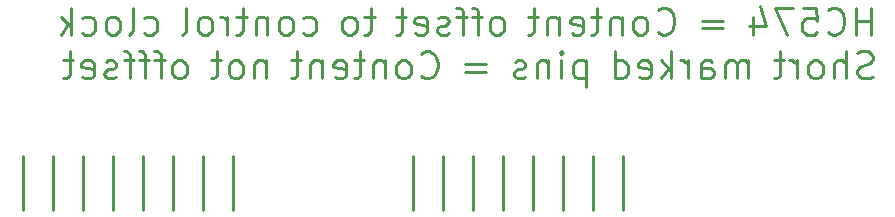
<source format=gbo>
G04 #@! TF.GenerationSoftware,KiCad,Pcbnew,(7.0.0)*
G04 #@! TF.CreationDate,2024-11-17T17:31:48-08:00*
G04 #@! TF.ProjectId,offset_preset_counter,6f666673-6574-45f7-9072-657365745f63,rev?*
G04 #@! TF.SameCoordinates,Original*
G04 #@! TF.FileFunction,Legend,Bot*
G04 #@! TF.FilePolarity,Positive*
%FSLAX46Y46*%
G04 Gerber Fmt 4.6, Leading zero omitted, Abs format (unit mm)*
G04 Created by KiCad (PCBNEW (7.0.0)) date 2024-11-17 17:31:48*
%MOMM*%
%LPD*%
G01*
G04 APERTURE LIST*
G04 Aperture macros list*
%AMRoundRect*
0 Rectangle with rounded corners*
0 $1 Rounding radius*
0 $2 $3 $4 $5 $6 $7 $8 $9 X,Y pos of 4 corners*
0 Add a 4 corners polygon primitive as box body*
4,1,4,$2,$3,$4,$5,$6,$7,$8,$9,$2,$3,0*
0 Add four circle primitives for the rounded corners*
1,1,$1+$1,$2,$3*
1,1,$1+$1,$4,$5*
1,1,$1+$1,$6,$7*
1,1,$1+$1,$8,$9*
0 Add four rect primitives between the rounded corners*
20,1,$1+$1,$2,$3,$4,$5,0*
20,1,$1+$1,$4,$5,$6,$7,0*
20,1,$1+$1,$6,$7,$8,$9,0*
20,1,$1+$1,$8,$9,$2,$3,0*%
%AMFreePoly0*
4,1,13,0.850000,-0.850000,-0.850000,-0.850000,-0.850000,-0.558000,-1.778000,-0.558000,-1.813355,-0.543355,-1.828000,-0.508000,-1.828000,0.508000,-1.813355,0.543355,-1.778000,0.558000,-0.850000,0.558000,-0.850000,0.850000,0.850000,0.850000,0.850000,-0.850000,0.850000,-0.850000,$1*%
%AMFreePoly1*
4,1,32,0.262664,0.808398,0.425000,0.736122,0.568761,0.631673,0.687664,0.499617,0.776514,0.345726,0.831425,0.176725,0.850000,0.000000,0.831425,-0.176725,0.776514,-0.345726,0.687664,-0.499617,0.568761,-0.631673,0.425000,-0.736122,0.262664,-0.808398,0.088849,-0.845344,-0.088849,-0.845344,-0.262664,-0.808398,-0.425000,-0.736122,-0.568761,-0.631673,-0.635096,-0.558000,-2.032000,-0.558000,
-2.067355,-0.543355,-2.082000,-0.508000,-2.082000,0.508000,-2.067355,0.543355,-2.032000,0.558000,-0.635096,0.558000,-0.568761,0.631673,-0.425000,0.736122,-0.262664,0.808398,-0.088849,0.845344,0.088849,0.845344,0.262664,0.808398,0.262664,0.808398,$1*%
G04 Aperture macros list end*
%ADD10C,0.254000*%
%ADD11C,1.600000*%
%ADD12R,1.800000X1.800000*%
%ADD13C,1.800000*%
%ADD14R,1.600000X1.600000*%
%ADD15O,1.600000X1.600000*%
%ADD16RoundRect,0.250001X-0.899999X-0.899999X0.899999X-0.899999X0.899999X0.899999X-0.899999X0.899999X0*%
%ADD17R,1.700000X1.700000*%
%ADD18O,1.700000X1.700000*%
%ADD19FreePoly0,270.000000*%
%ADD20FreePoly1,270.000000*%
G04 APERTURE END LIST*
D10*
X66040000Y-92964000D02*
X66040000Y-97536000D01*
X63500000Y-92964000D02*
X63500000Y-97536000D01*
X68580000Y-97536000D02*
X68580000Y-92964000D01*
X101600000Y-97536000D02*
X101600000Y-92964000D01*
X99060000Y-97536000D02*
X99060000Y-92964000D01*
X71120000Y-92964000D02*
X71120000Y-97536000D01*
X60960000Y-92964000D02*
X60960000Y-97536000D01*
X96520000Y-97536000D02*
X96520000Y-92964000D01*
X109220000Y-97536000D02*
X109220000Y-92964000D01*
X93980000Y-97536000D02*
X93980000Y-92964000D01*
X73660000Y-97536000D02*
X73660000Y-92964000D01*
X76200000Y-97536000D02*
X76200000Y-92964000D01*
X106680000Y-97536000D02*
X106680000Y-92964000D01*
X111760000Y-97536000D02*
X111760000Y-92964000D01*
X104140000Y-97536000D02*
X104140000Y-92964000D01*
X78740000Y-97536000D02*
X78740000Y-92964000D01*
X132805714Y-82667202D02*
X132805714Y-80381202D01*
X132805714Y-81469774D02*
X131499428Y-81469774D01*
X131499428Y-82667202D02*
X131499428Y-80381202D01*
X129104571Y-82449488D02*
X129213428Y-82558345D01*
X129213428Y-82558345D02*
X129540000Y-82667202D01*
X129540000Y-82667202D02*
X129757714Y-82667202D01*
X129757714Y-82667202D02*
X130084285Y-82558345D01*
X130084285Y-82558345D02*
X130302000Y-82340631D01*
X130302000Y-82340631D02*
X130410857Y-82122917D01*
X130410857Y-82122917D02*
X130519714Y-81687488D01*
X130519714Y-81687488D02*
X130519714Y-81360917D01*
X130519714Y-81360917D02*
X130410857Y-80925488D01*
X130410857Y-80925488D02*
X130302000Y-80707774D01*
X130302000Y-80707774D02*
X130084285Y-80490060D01*
X130084285Y-80490060D02*
X129757714Y-80381202D01*
X129757714Y-80381202D02*
X129540000Y-80381202D01*
X129540000Y-80381202D02*
X129213428Y-80490060D01*
X129213428Y-80490060D02*
X129104571Y-80598917D01*
X127036285Y-80381202D02*
X128124857Y-80381202D01*
X128124857Y-80381202D02*
X128233714Y-81469774D01*
X128233714Y-81469774D02*
X128124857Y-81360917D01*
X128124857Y-81360917D02*
X127907143Y-81252060D01*
X127907143Y-81252060D02*
X127362857Y-81252060D01*
X127362857Y-81252060D02*
X127145143Y-81360917D01*
X127145143Y-81360917D02*
X127036285Y-81469774D01*
X127036285Y-81469774D02*
X126927428Y-81687488D01*
X126927428Y-81687488D02*
X126927428Y-82231774D01*
X126927428Y-82231774D02*
X127036285Y-82449488D01*
X127036285Y-82449488D02*
X127145143Y-82558345D01*
X127145143Y-82558345D02*
X127362857Y-82667202D01*
X127362857Y-82667202D02*
X127907143Y-82667202D01*
X127907143Y-82667202D02*
X128124857Y-82558345D01*
X128124857Y-82558345D02*
X128233714Y-82449488D01*
X126165428Y-80381202D02*
X124641428Y-80381202D01*
X124641428Y-80381202D02*
X125621142Y-82667202D01*
X122790857Y-81143202D02*
X122790857Y-82667202D01*
X123335142Y-80272345D02*
X123879428Y-81905202D01*
X123879428Y-81905202D02*
X122464285Y-81905202D01*
X120221828Y-81469774D02*
X118480114Y-81469774D01*
X118480114Y-82122917D02*
X120221828Y-82122917D01*
X114713656Y-82449488D02*
X114822513Y-82558345D01*
X114822513Y-82558345D02*
X115149085Y-82667202D01*
X115149085Y-82667202D02*
X115366799Y-82667202D01*
X115366799Y-82667202D02*
X115693370Y-82558345D01*
X115693370Y-82558345D02*
X115911085Y-82340631D01*
X115911085Y-82340631D02*
X116019942Y-82122917D01*
X116019942Y-82122917D02*
X116128799Y-81687488D01*
X116128799Y-81687488D02*
X116128799Y-81360917D01*
X116128799Y-81360917D02*
X116019942Y-80925488D01*
X116019942Y-80925488D02*
X115911085Y-80707774D01*
X115911085Y-80707774D02*
X115693370Y-80490060D01*
X115693370Y-80490060D02*
X115366799Y-80381202D01*
X115366799Y-80381202D02*
X115149085Y-80381202D01*
X115149085Y-80381202D02*
X114822513Y-80490060D01*
X114822513Y-80490060D02*
X114713656Y-80598917D01*
X113407370Y-82667202D02*
X113625085Y-82558345D01*
X113625085Y-82558345D02*
X113733942Y-82449488D01*
X113733942Y-82449488D02*
X113842799Y-82231774D01*
X113842799Y-82231774D02*
X113842799Y-81578631D01*
X113842799Y-81578631D02*
X113733942Y-81360917D01*
X113733942Y-81360917D02*
X113625085Y-81252060D01*
X113625085Y-81252060D02*
X113407370Y-81143202D01*
X113407370Y-81143202D02*
X113080799Y-81143202D01*
X113080799Y-81143202D02*
X112863085Y-81252060D01*
X112863085Y-81252060D02*
X112754228Y-81360917D01*
X112754228Y-81360917D02*
X112645370Y-81578631D01*
X112645370Y-81578631D02*
X112645370Y-82231774D01*
X112645370Y-82231774D02*
X112754228Y-82449488D01*
X112754228Y-82449488D02*
X112863085Y-82558345D01*
X112863085Y-82558345D02*
X113080799Y-82667202D01*
X113080799Y-82667202D02*
X113407370Y-82667202D01*
X111665656Y-81143202D02*
X111665656Y-82667202D01*
X111665656Y-81360917D02*
X111556799Y-81252060D01*
X111556799Y-81252060D02*
X111339084Y-81143202D01*
X111339084Y-81143202D02*
X111012513Y-81143202D01*
X111012513Y-81143202D02*
X110794799Y-81252060D01*
X110794799Y-81252060D02*
X110685942Y-81469774D01*
X110685942Y-81469774D02*
X110685942Y-82667202D01*
X109923941Y-81143202D02*
X109053084Y-81143202D01*
X109597370Y-80381202D02*
X109597370Y-82340631D01*
X109597370Y-82340631D02*
X109488513Y-82558345D01*
X109488513Y-82558345D02*
X109270798Y-82667202D01*
X109270798Y-82667202D02*
X109053084Y-82667202D01*
X107420227Y-82558345D02*
X107637941Y-82667202D01*
X107637941Y-82667202D02*
X108073370Y-82667202D01*
X108073370Y-82667202D02*
X108291084Y-82558345D01*
X108291084Y-82558345D02*
X108399941Y-82340631D01*
X108399941Y-82340631D02*
X108399941Y-81469774D01*
X108399941Y-81469774D02*
X108291084Y-81252060D01*
X108291084Y-81252060D02*
X108073370Y-81143202D01*
X108073370Y-81143202D02*
X107637941Y-81143202D01*
X107637941Y-81143202D02*
X107420227Y-81252060D01*
X107420227Y-81252060D02*
X107311370Y-81469774D01*
X107311370Y-81469774D02*
X107311370Y-81687488D01*
X107311370Y-81687488D02*
X108399941Y-81905202D01*
X106331655Y-81143202D02*
X106331655Y-82667202D01*
X106331655Y-81360917D02*
X106222798Y-81252060D01*
X106222798Y-81252060D02*
X106005083Y-81143202D01*
X106005083Y-81143202D02*
X105678512Y-81143202D01*
X105678512Y-81143202D02*
X105460798Y-81252060D01*
X105460798Y-81252060D02*
X105351941Y-81469774D01*
X105351941Y-81469774D02*
X105351941Y-82667202D01*
X104589940Y-81143202D02*
X103719083Y-81143202D01*
X104263369Y-80381202D02*
X104263369Y-82340631D01*
X104263369Y-82340631D02*
X104154512Y-82558345D01*
X104154512Y-82558345D02*
X103936797Y-82667202D01*
X103936797Y-82667202D02*
X103719083Y-82667202D01*
X101258911Y-82667202D02*
X101476626Y-82558345D01*
X101476626Y-82558345D02*
X101585483Y-82449488D01*
X101585483Y-82449488D02*
X101694340Y-82231774D01*
X101694340Y-82231774D02*
X101694340Y-81578631D01*
X101694340Y-81578631D02*
X101585483Y-81360917D01*
X101585483Y-81360917D02*
X101476626Y-81252060D01*
X101476626Y-81252060D02*
X101258911Y-81143202D01*
X101258911Y-81143202D02*
X100932340Y-81143202D01*
X100932340Y-81143202D02*
X100714626Y-81252060D01*
X100714626Y-81252060D02*
X100605769Y-81360917D01*
X100605769Y-81360917D02*
X100496911Y-81578631D01*
X100496911Y-81578631D02*
X100496911Y-82231774D01*
X100496911Y-82231774D02*
X100605769Y-82449488D01*
X100605769Y-82449488D02*
X100714626Y-82558345D01*
X100714626Y-82558345D02*
X100932340Y-82667202D01*
X100932340Y-82667202D02*
X101258911Y-82667202D01*
X99843768Y-81143202D02*
X98972911Y-81143202D01*
X99517197Y-82667202D02*
X99517197Y-80707774D01*
X99517197Y-80707774D02*
X99408340Y-80490060D01*
X99408340Y-80490060D02*
X99190625Y-80381202D01*
X99190625Y-80381202D02*
X98972911Y-80381202D01*
X98537482Y-81143202D02*
X97666625Y-81143202D01*
X98210911Y-82667202D02*
X98210911Y-80707774D01*
X98210911Y-80707774D02*
X98102054Y-80490060D01*
X98102054Y-80490060D02*
X97884339Y-80381202D01*
X97884339Y-80381202D02*
X97666625Y-80381202D01*
X97013482Y-82558345D02*
X96795768Y-82667202D01*
X96795768Y-82667202D02*
X96360339Y-82667202D01*
X96360339Y-82667202D02*
X96142625Y-82558345D01*
X96142625Y-82558345D02*
X96033768Y-82340631D01*
X96033768Y-82340631D02*
X96033768Y-82231774D01*
X96033768Y-82231774D02*
X96142625Y-82014060D01*
X96142625Y-82014060D02*
X96360339Y-81905202D01*
X96360339Y-81905202D02*
X96686911Y-81905202D01*
X96686911Y-81905202D02*
X96904625Y-81796345D01*
X96904625Y-81796345D02*
X97013482Y-81578631D01*
X97013482Y-81578631D02*
X97013482Y-81469774D01*
X97013482Y-81469774D02*
X96904625Y-81252060D01*
X96904625Y-81252060D02*
X96686911Y-81143202D01*
X96686911Y-81143202D02*
X96360339Y-81143202D01*
X96360339Y-81143202D02*
X96142625Y-81252060D01*
X94183197Y-82558345D02*
X94400911Y-82667202D01*
X94400911Y-82667202D02*
X94836340Y-82667202D01*
X94836340Y-82667202D02*
X95054054Y-82558345D01*
X95054054Y-82558345D02*
X95162911Y-82340631D01*
X95162911Y-82340631D02*
X95162911Y-81469774D01*
X95162911Y-81469774D02*
X95054054Y-81252060D01*
X95054054Y-81252060D02*
X94836340Y-81143202D01*
X94836340Y-81143202D02*
X94400911Y-81143202D01*
X94400911Y-81143202D02*
X94183197Y-81252060D01*
X94183197Y-81252060D02*
X94074340Y-81469774D01*
X94074340Y-81469774D02*
X94074340Y-81687488D01*
X94074340Y-81687488D02*
X95162911Y-81905202D01*
X93421196Y-81143202D02*
X92550339Y-81143202D01*
X93094625Y-80381202D02*
X93094625Y-82340631D01*
X93094625Y-82340631D02*
X92985768Y-82558345D01*
X92985768Y-82558345D02*
X92768053Y-82667202D01*
X92768053Y-82667202D02*
X92550339Y-82667202D01*
X90743310Y-81143202D02*
X89872453Y-81143202D01*
X90416739Y-80381202D02*
X90416739Y-82340631D01*
X90416739Y-82340631D02*
X90307882Y-82558345D01*
X90307882Y-82558345D02*
X90090167Y-82667202D01*
X90090167Y-82667202D02*
X89872453Y-82667202D01*
X88783881Y-82667202D02*
X89001596Y-82558345D01*
X89001596Y-82558345D02*
X89110453Y-82449488D01*
X89110453Y-82449488D02*
X89219310Y-82231774D01*
X89219310Y-82231774D02*
X89219310Y-81578631D01*
X89219310Y-81578631D02*
X89110453Y-81360917D01*
X89110453Y-81360917D02*
X89001596Y-81252060D01*
X89001596Y-81252060D02*
X88783881Y-81143202D01*
X88783881Y-81143202D02*
X88457310Y-81143202D01*
X88457310Y-81143202D02*
X88239596Y-81252060D01*
X88239596Y-81252060D02*
X88130739Y-81360917D01*
X88130739Y-81360917D02*
X88021881Y-81578631D01*
X88021881Y-81578631D02*
X88021881Y-82231774D01*
X88021881Y-82231774D02*
X88130739Y-82449488D01*
X88130739Y-82449488D02*
X88239596Y-82558345D01*
X88239596Y-82558345D02*
X88457310Y-82667202D01*
X88457310Y-82667202D02*
X88783881Y-82667202D01*
X84690853Y-82558345D02*
X84908567Y-82667202D01*
X84908567Y-82667202D02*
X85343995Y-82667202D01*
X85343995Y-82667202D02*
X85561710Y-82558345D01*
X85561710Y-82558345D02*
X85670567Y-82449488D01*
X85670567Y-82449488D02*
X85779424Y-82231774D01*
X85779424Y-82231774D02*
X85779424Y-81578631D01*
X85779424Y-81578631D02*
X85670567Y-81360917D01*
X85670567Y-81360917D02*
X85561710Y-81252060D01*
X85561710Y-81252060D02*
X85343995Y-81143202D01*
X85343995Y-81143202D02*
X84908567Y-81143202D01*
X84908567Y-81143202D02*
X84690853Y-81252060D01*
X83384566Y-82667202D02*
X83602281Y-82558345D01*
X83602281Y-82558345D02*
X83711138Y-82449488D01*
X83711138Y-82449488D02*
X83819995Y-82231774D01*
X83819995Y-82231774D02*
X83819995Y-81578631D01*
X83819995Y-81578631D02*
X83711138Y-81360917D01*
X83711138Y-81360917D02*
X83602281Y-81252060D01*
X83602281Y-81252060D02*
X83384566Y-81143202D01*
X83384566Y-81143202D02*
X83057995Y-81143202D01*
X83057995Y-81143202D02*
X82840281Y-81252060D01*
X82840281Y-81252060D02*
X82731424Y-81360917D01*
X82731424Y-81360917D02*
X82622566Y-81578631D01*
X82622566Y-81578631D02*
X82622566Y-82231774D01*
X82622566Y-82231774D02*
X82731424Y-82449488D01*
X82731424Y-82449488D02*
X82840281Y-82558345D01*
X82840281Y-82558345D02*
X83057995Y-82667202D01*
X83057995Y-82667202D02*
X83384566Y-82667202D01*
X81642852Y-81143202D02*
X81642852Y-82667202D01*
X81642852Y-81360917D02*
X81533995Y-81252060D01*
X81533995Y-81252060D02*
X81316280Y-81143202D01*
X81316280Y-81143202D02*
X80989709Y-81143202D01*
X80989709Y-81143202D02*
X80771995Y-81252060D01*
X80771995Y-81252060D02*
X80663138Y-81469774D01*
X80663138Y-81469774D02*
X80663138Y-82667202D01*
X79901137Y-81143202D02*
X79030280Y-81143202D01*
X79574566Y-80381202D02*
X79574566Y-82340631D01*
X79574566Y-82340631D02*
X79465709Y-82558345D01*
X79465709Y-82558345D02*
X79247994Y-82667202D01*
X79247994Y-82667202D02*
X79030280Y-82667202D01*
X78268280Y-82667202D02*
X78268280Y-81143202D01*
X78268280Y-81578631D02*
X78159423Y-81360917D01*
X78159423Y-81360917D02*
X78050566Y-81252060D01*
X78050566Y-81252060D02*
X77832851Y-81143202D01*
X77832851Y-81143202D02*
X77615137Y-81143202D01*
X76526565Y-82667202D02*
X76744280Y-82558345D01*
X76744280Y-82558345D02*
X76853137Y-82449488D01*
X76853137Y-82449488D02*
X76961994Y-82231774D01*
X76961994Y-82231774D02*
X76961994Y-81578631D01*
X76961994Y-81578631D02*
X76853137Y-81360917D01*
X76853137Y-81360917D02*
X76744280Y-81252060D01*
X76744280Y-81252060D02*
X76526565Y-81143202D01*
X76526565Y-81143202D02*
X76199994Y-81143202D01*
X76199994Y-81143202D02*
X75982280Y-81252060D01*
X75982280Y-81252060D02*
X75873423Y-81360917D01*
X75873423Y-81360917D02*
X75764565Y-81578631D01*
X75764565Y-81578631D02*
X75764565Y-82231774D01*
X75764565Y-82231774D02*
X75873423Y-82449488D01*
X75873423Y-82449488D02*
X75982280Y-82558345D01*
X75982280Y-82558345D02*
X76199994Y-82667202D01*
X76199994Y-82667202D02*
X76526565Y-82667202D01*
X74458279Y-82667202D02*
X74675994Y-82558345D01*
X74675994Y-82558345D02*
X74784851Y-82340631D01*
X74784851Y-82340631D02*
X74784851Y-80381202D01*
X71236108Y-82558345D02*
X71453822Y-82667202D01*
X71453822Y-82667202D02*
X71889250Y-82667202D01*
X71889250Y-82667202D02*
X72106965Y-82558345D01*
X72106965Y-82558345D02*
X72215822Y-82449488D01*
X72215822Y-82449488D02*
X72324679Y-82231774D01*
X72324679Y-82231774D02*
X72324679Y-81578631D01*
X72324679Y-81578631D02*
X72215822Y-81360917D01*
X72215822Y-81360917D02*
X72106965Y-81252060D01*
X72106965Y-81252060D02*
X71889250Y-81143202D01*
X71889250Y-81143202D02*
X71453822Y-81143202D01*
X71453822Y-81143202D02*
X71236108Y-81252060D01*
X69929821Y-82667202D02*
X70147536Y-82558345D01*
X70147536Y-82558345D02*
X70256393Y-82340631D01*
X70256393Y-82340631D02*
X70256393Y-80381202D01*
X68732392Y-82667202D02*
X68950107Y-82558345D01*
X68950107Y-82558345D02*
X69058964Y-82449488D01*
X69058964Y-82449488D02*
X69167821Y-82231774D01*
X69167821Y-82231774D02*
X69167821Y-81578631D01*
X69167821Y-81578631D02*
X69058964Y-81360917D01*
X69058964Y-81360917D02*
X68950107Y-81252060D01*
X68950107Y-81252060D02*
X68732392Y-81143202D01*
X68732392Y-81143202D02*
X68405821Y-81143202D01*
X68405821Y-81143202D02*
X68188107Y-81252060D01*
X68188107Y-81252060D02*
X68079250Y-81360917D01*
X68079250Y-81360917D02*
X67970392Y-81578631D01*
X67970392Y-81578631D02*
X67970392Y-82231774D01*
X67970392Y-82231774D02*
X68079250Y-82449488D01*
X68079250Y-82449488D02*
X68188107Y-82558345D01*
X68188107Y-82558345D02*
X68405821Y-82667202D01*
X68405821Y-82667202D02*
X68732392Y-82667202D01*
X66010964Y-82558345D02*
X66228678Y-82667202D01*
X66228678Y-82667202D02*
X66664106Y-82667202D01*
X66664106Y-82667202D02*
X66881821Y-82558345D01*
X66881821Y-82558345D02*
X66990678Y-82449488D01*
X66990678Y-82449488D02*
X67099535Y-82231774D01*
X67099535Y-82231774D02*
X67099535Y-81578631D01*
X67099535Y-81578631D02*
X66990678Y-81360917D01*
X66990678Y-81360917D02*
X66881821Y-81252060D01*
X66881821Y-81252060D02*
X66664106Y-81143202D01*
X66664106Y-81143202D02*
X66228678Y-81143202D01*
X66228678Y-81143202D02*
X66010964Y-81252060D01*
X65031249Y-82667202D02*
X65031249Y-80381202D01*
X64813535Y-81796345D02*
X64160392Y-82667202D01*
X64160392Y-81143202D02*
X65031249Y-82014060D01*
X132914571Y-86261665D02*
X132588000Y-86370522D01*
X132588000Y-86370522D02*
X132043714Y-86370522D01*
X132043714Y-86370522D02*
X131826000Y-86261665D01*
X131826000Y-86261665D02*
X131717142Y-86152808D01*
X131717142Y-86152808D02*
X131608285Y-85935094D01*
X131608285Y-85935094D02*
X131608285Y-85717380D01*
X131608285Y-85717380D02*
X131717142Y-85499665D01*
X131717142Y-85499665D02*
X131826000Y-85390808D01*
X131826000Y-85390808D02*
X132043714Y-85281951D01*
X132043714Y-85281951D02*
X132479142Y-85173094D01*
X132479142Y-85173094D02*
X132696857Y-85064237D01*
X132696857Y-85064237D02*
X132805714Y-84955380D01*
X132805714Y-84955380D02*
X132914571Y-84737665D01*
X132914571Y-84737665D02*
X132914571Y-84519951D01*
X132914571Y-84519951D02*
X132805714Y-84302237D01*
X132805714Y-84302237D02*
X132696857Y-84193380D01*
X132696857Y-84193380D02*
X132479142Y-84084522D01*
X132479142Y-84084522D02*
X131934857Y-84084522D01*
X131934857Y-84084522D02*
X131608285Y-84193380D01*
X130628571Y-86370522D02*
X130628571Y-84084522D01*
X129648857Y-86370522D02*
X129648857Y-85173094D01*
X129648857Y-85173094D02*
X129757714Y-84955380D01*
X129757714Y-84955380D02*
X129975428Y-84846522D01*
X129975428Y-84846522D02*
X130301999Y-84846522D01*
X130301999Y-84846522D02*
X130519714Y-84955380D01*
X130519714Y-84955380D02*
X130628571Y-85064237D01*
X128233713Y-86370522D02*
X128451428Y-86261665D01*
X128451428Y-86261665D02*
X128560285Y-86152808D01*
X128560285Y-86152808D02*
X128669142Y-85935094D01*
X128669142Y-85935094D02*
X128669142Y-85281951D01*
X128669142Y-85281951D02*
X128560285Y-85064237D01*
X128560285Y-85064237D02*
X128451428Y-84955380D01*
X128451428Y-84955380D02*
X128233713Y-84846522D01*
X128233713Y-84846522D02*
X127907142Y-84846522D01*
X127907142Y-84846522D02*
X127689428Y-84955380D01*
X127689428Y-84955380D02*
X127580571Y-85064237D01*
X127580571Y-85064237D02*
X127471713Y-85281951D01*
X127471713Y-85281951D02*
X127471713Y-85935094D01*
X127471713Y-85935094D02*
X127580571Y-86152808D01*
X127580571Y-86152808D02*
X127689428Y-86261665D01*
X127689428Y-86261665D02*
X127907142Y-86370522D01*
X127907142Y-86370522D02*
X128233713Y-86370522D01*
X126491999Y-86370522D02*
X126491999Y-84846522D01*
X126491999Y-85281951D02*
X126383142Y-85064237D01*
X126383142Y-85064237D02*
X126274285Y-84955380D01*
X126274285Y-84955380D02*
X126056570Y-84846522D01*
X126056570Y-84846522D02*
X125838856Y-84846522D01*
X125403427Y-84846522D02*
X124532570Y-84846522D01*
X125076856Y-84084522D02*
X125076856Y-86043951D01*
X125076856Y-86043951D02*
X124967999Y-86261665D01*
X124967999Y-86261665D02*
X124750284Y-86370522D01*
X124750284Y-86370522D02*
X124532570Y-86370522D01*
X122398970Y-86370522D02*
X122398970Y-84846522D01*
X122398970Y-85064237D02*
X122290113Y-84955380D01*
X122290113Y-84955380D02*
X122072398Y-84846522D01*
X122072398Y-84846522D02*
X121745827Y-84846522D01*
X121745827Y-84846522D02*
X121528113Y-84955380D01*
X121528113Y-84955380D02*
X121419256Y-85173094D01*
X121419256Y-85173094D02*
X121419256Y-86370522D01*
X121419256Y-85173094D02*
X121310398Y-84955380D01*
X121310398Y-84955380D02*
X121092684Y-84846522D01*
X121092684Y-84846522D02*
X120766113Y-84846522D01*
X120766113Y-84846522D02*
X120548398Y-84955380D01*
X120548398Y-84955380D02*
X120439541Y-85173094D01*
X120439541Y-85173094D02*
X120439541Y-86370522D01*
X118371256Y-86370522D02*
X118371256Y-85173094D01*
X118371256Y-85173094D02*
X118480113Y-84955380D01*
X118480113Y-84955380D02*
X118697827Y-84846522D01*
X118697827Y-84846522D02*
X119133256Y-84846522D01*
X119133256Y-84846522D02*
X119350970Y-84955380D01*
X118371256Y-86261665D02*
X118588970Y-86370522D01*
X118588970Y-86370522D02*
X119133256Y-86370522D01*
X119133256Y-86370522D02*
X119350970Y-86261665D01*
X119350970Y-86261665D02*
X119459827Y-86043951D01*
X119459827Y-86043951D02*
X119459827Y-85826237D01*
X119459827Y-85826237D02*
X119350970Y-85608522D01*
X119350970Y-85608522D02*
X119133256Y-85499665D01*
X119133256Y-85499665D02*
X118588970Y-85499665D01*
X118588970Y-85499665D02*
X118371256Y-85390808D01*
X117282684Y-86370522D02*
X117282684Y-84846522D01*
X117282684Y-85281951D02*
X117173827Y-85064237D01*
X117173827Y-85064237D02*
X117064970Y-84955380D01*
X117064970Y-84955380D02*
X116847255Y-84846522D01*
X116847255Y-84846522D02*
X116629541Y-84846522D01*
X115867541Y-86370522D02*
X115867541Y-84084522D01*
X115649827Y-85499665D02*
X114996684Y-86370522D01*
X114996684Y-84846522D02*
X115867541Y-85717380D01*
X113146113Y-86261665D02*
X113363827Y-86370522D01*
X113363827Y-86370522D02*
X113799256Y-86370522D01*
X113799256Y-86370522D02*
X114016970Y-86261665D01*
X114016970Y-86261665D02*
X114125827Y-86043951D01*
X114125827Y-86043951D02*
X114125827Y-85173094D01*
X114125827Y-85173094D02*
X114016970Y-84955380D01*
X114016970Y-84955380D02*
X113799256Y-84846522D01*
X113799256Y-84846522D02*
X113363827Y-84846522D01*
X113363827Y-84846522D02*
X113146113Y-84955380D01*
X113146113Y-84955380D02*
X113037256Y-85173094D01*
X113037256Y-85173094D02*
X113037256Y-85390808D01*
X113037256Y-85390808D02*
X114125827Y-85608522D01*
X111077827Y-86370522D02*
X111077827Y-84084522D01*
X111077827Y-86261665D02*
X111295541Y-86370522D01*
X111295541Y-86370522D02*
X111730969Y-86370522D01*
X111730969Y-86370522D02*
X111948684Y-86261665D01*
X111948684Y-86261665D02*
X112057541Y-86152808D01*
X112057541Y-86152808D02*
X112166398Y-85935094D01*
X112166398Y-85935094D02*
X112166398Y-85281951D01*
X112166398Y-85281951D02*
X112057541Y-85064237D01*
X112057541Y-85064237D02*
X111948684Y-84955380D01*
X111948684Y-84955380D02*
X111730969Y-84846522D01*
X111730969Y-84846522D02*
X111295541Y-84846522D01*
X111295541Y-84846522D02*
X111077827Y-84955380D01*
X108617655Y-84846522D02*
X108617655Y-87132522D01*
X108617655Y-84955380D02*
X108399941Y-84846522D01*
X108399941Y-84846522D02*
X107964512Y-84846522D01*
X107964512Y-84846522D02*
X107746798Y-84955380D01*
X107746798Y-84955380D02*
X107637941Y-85064237D01*
X107637941Y-85064237D02*
X107529083Y-85281951D01*
X107529083Y-85281951D02*
X107529083Y-85935094D01*
X107529083Y-85935094D02*
X107637941Y-86152808D01*
X107637941Y-86152808D02*
X107746798Y-86261665D01*
X107746798Y-86261665D02*
X107964512Y-86370522D01*
X107964512Y-86370522D02*
X108399941Y-86370522D01*
X108399941Y-86370522D02*
X108617655Y-86261665D01*
X106549369Y-86370522D02*
X106549369Y-84846522D01*
X106549369Y-84084522D02*
X106658226Y-84193380D01*
X106658226Y-84193380D02*
X106549369Y-84302237D01*
X106549369Y-84302237D02*
X106440512Y-84193380D01*
X106440512Y-84193380D02*
X106549369Y-84084522D01*
X106549369Y-84084522D02*
X106549369Y-84302237D01*
X105460798Y-84846522D02*
X105460798Y-86370522D01*
X105460798Y-85064237D02*
X105351941Y-84955380D01*
X105351941Y-84955380D02*
X105134226Y-84846522D01*
X105134226Y-84846522D02*
X104807655Y-84846522D01*
X104807655Y-84846522D02*
X104589941Y-84955380D01*
X104589941Y-84955380D02*
X104481084Y-85173094D01*
X104481084Y-85173094D02*
X104481084Y-86370522D01*
X103501369Y-86261665D02*
X103283655Y-86370522D01*
X103283655Y-86370522D02*
X102848226Y-86370522D01*
X102848226Y-86370522D02*
X102630512Y-86261665D01*
X102630512Y-86261665D02*
X102521655Y-86043951D01*
X102521655Y-86043951D02*
X102521655Y-85935094D01*
X102521655Y-85935094D02*
X102630512Y-85717380D01*
X102630512Y-85717380D02*
X102848226Y-85608522D01*
X102848226Y-85608522D02*
X103174798Y-85608522D01*
X103174798Y-85608522D02*
X103392512Y-85499665D01*
X103392512Y-85499665D02*
X103501369Y-85281951D01*
X103501369Y-85281951D02*
X103501369Y-85173094D01*
X103501369Y-85173094D02*
X103392512Y-84955380D01*
X103392512Y-84955380D02*
X103174798Y-84846522D01*
X103174798Y-84846522D02*
X102848226Y-84846522D01*
X102848226Y-84846522D02*
X102630512Y-84955380D01*
X100170341Y-85173094D02*
X98428627Y-85173094D01*
X98428627Y-85826237D02*
X100170341Y-85826237D01*
X94662169Y-86152808D02*
X94771026Y-86261665D01*
X94771026Y-86261665D02*
X95097598Y-86370522D01*
X95097598Y-86370522D02*
X95315312Y-86370522D01*
X95315312Y-86370522D02*
X95641883Y-86261665D01*
X95641883Y-86261665D02*
X95859598Y-86043951D01*
X95859598Y-86043951D02*
X95968455Y-85826237D01*
X95968455Y-85826237D02*
X96077312Y-85390808D01*
X96077312Y-85390808D02*
X96077312Y-85064237D01*
X96077312Y-85064237D02*
X95968455Y-84628808D01*
X95968455Y-84628808D02*
X95859598Y-84411094D01*
X95859598Y-84411094D02*
X95641883Y-84193380D01*
X95641883Y-84193380D02*
X95315312Y-84084522D01*
X95315312Y-84084522D02*
X95097598Y-84084522D01*
X95097598Y-84084522D02*
X94771026Y-84193380D01*
X94771026Y-84193380D02*
X94662169Y-84302237D01*
X93355883Y-86370522D02*
X93573598Y-86261665D01*
X93573598Y-86261665D02*
X93682455Y-86152808D01*
X93682455Y-86152808D02*
X93791312Y-85935094D01*
X93791312Y-85935094D02*
X93791312Y-85281951D01*
X93791312Y-85281951D02*
X93682455Y-85064237D01*
X93682455Y-85064237D02*
X93573598Y-84955380D01*
X93573598Y-84955380D02*
X93355883Y-84846522D01*
X93355883Y-84846522D02*
X93029312Y-84846522D01*
X93029312Y-84846522D02*
X92811598Y-84955380D01*
X92811598Y-84955380D02*
X92702741Y-85064237D01*
X92702741Y-85064237D02*
X92593883Y-85281951D01*
X92593883Y-85281951D02*
X92593883Y-85935094D01*
X92593883Y-85935094D02*
X92702741Y-86152808D01*
X92702741Y-86152808D02*
X92811598Y-86261665D01*
X92811598Y-86261665D02*
X93029312Y-86370522D01*
X93029312Y-86370522D02*
X93355883Y-86370522D01*
X91614169Y-84846522D02*
X91614169Y-86370522D01*
X91614169Y-85064237D02*
X91505312Y-84955380D01*
X91505312Y-84955380D02*
X91287597Y-84846522D01*
X91287597Y-84846522D02*
X90961026Y-84846522D01*
X90961026Y-84846522D02*
X90743312Y-84955380D01*
X90743312Y-84955380D02*
X90634455Y-85173094D01*
X90634455Y-85173094D02*
X90634455Y-86370522D01*
X89872454Y-84846522D02*
X89001597Y-84846522D01*
X89545883Y-84084522D02*
X89545883Y-86043951D01*
X89545883Y-86043951D02*
X89437026Y-86261665D01*
X89437026Y-86261665D02*
X89219311Y-86370522D01*
X89219311Y-86370522D02*
X89001597Y-86370522D01*
X87368740Y-86261665D02*
X87586454Y-86370522D01*
X87586454Y-86370522D02*
X88021883Y-86370522D01*
X88021883Y-86370522D02*
X88239597Y-86261665D01*
X88239597Y-86261665D02*
X88348454Y-86043951D01*
X88348454Y-86043951D02*
X88348454Y-85173094D01*
X88348454Y-85173094D02*
X88239597Y-84955380D01*
X88239597Y-84955380D02*
X88021883Y-84846522D01*
X88021883Y-84846522D02*
X87586454Y-84846522D01*
X87586454Y-84846522D02*
X87368740Y-84955380D01*
X87368740Y-84955380D02*
X87259883Y-85173094D01*
X87259883Y-85173094D02*
X87259883Y-85390808D01*
X87259883Y-85390808D02*
X88348454Y-85608522D01*
X86280168Y-84846522D02*
X86280168Y-86370522D01*
X86280168Y-85064237D02*
X86171311Y-84955380D01*
X86171311Y-84955380D02*
X85953596Y-84846522D01*
X85953596Y-84846522D02*
X85627025Y-84846522D01*
X85627025Y-84846522D02*
X85409311Y-84955380D01*
X85409311Y-84955380D02*
X85300454Y-85173094D01*
X85300454Y-85173094D02*
X85300454Y-86370522D01*
X84538453Y-84846522D02*
X83667596Y-84846522D01*
X84211882Y-84084522D02*
X84211882Y-86043951D01*
X84211882Y-86043951D02*
X84103025Y-86261665D01*
X84103025Y-86261665D02*
X83885310Y-86370522D01*
X83885310Y-86370522D02*
X83667596Y-86370522D01*
X81533996Y-84846522D02*
X81533996Y-86370522D01*
X81533996Y-85064237D02*
X81425139Y-84955380D01*
X81425139Y-84955380D02*
X81207424Y-84846522D01*
X81207424Y-84846522D02*
X80880853Y-84846522D01*
X80880853Y-84846522D02*
X80663139Y-84955380D01*
X80663139Y-84955380D02*
X80554282Y-85173094D01*
X80554282Y-85173094D02*
X80554282Y-86370522D01*
X79139138Y-86370522D02*
X79356853Y-86261665D01*
X79356853Y-86261665D02*
X79465710Y-86152808D01*
X79465710Y-86152808D02*
X79574567Y-85935094D01*
X79574567Y-85935094D02*
X79574567Y-85281951D01*
X79574567Y-85281951D02*
X79465710Y-85064237D01*
X79465710Y-85064237D02*
X79356853Y-84955380D01*
X79356853Y-84955380D02*
X79139138Y-84846522D01*
X79139138Y-84846522D02*
X78812567Y-84846522D01*
X78812567Y-84846522D02*
X78594853Y-84955380D01*
X78594853Y-84955380D02*
X78485996Y-85064237D01*
X78485996Y-85064237D02*
X78377138Y-85281951D01*
X78377138Y-85281951D02*
X78377138Y-85935094D01*
X78377138Y-85935094D02*
X78485996Y-86152808D01*
X78485996Y-86152808D02*
X78594853Y-86261665D01*
X78594853Y-86261665D02*
X78812567Y-86370522D01*
X78812567Y-86370522D02*
X79139138Y-86370522D01*
X77723995Y-84846522D02*
X76853138Y-84846522D01*
X77397424Y-84084522D02*
X77397424Y-86043951D01*
X77397424Y-86043951D02*
X77288567Y-86261665D01*
X77288567Y-86261665D02*
X77070852Y-86370522D01*
X77070852Y-86370522D02*
X76853138Y-86370522D01*
X74392966Y-86370522D02*
X74610681Y-86261665D01*
X74610681Y-86261665D02*
X74719538Y-86152808D01*
X74719538Y-86152808D02*
X74828395Y-85935094D01*
X74828395Y-85935094D02*
X74828395Y-85281951D01*
X74828395Y-85281951D02*
X74719538Y-85064237D01*
X74719538Y-85064237D02*
X74610681Y-84955380D01*
X74610681Y-84955380D02*
X74392966Y-84846522D01*
X74392966Y-84846522D02*
X74066395Y-84846522D01*
X74066395Y-84846522D02*
X73848681Y-84955380D01*
X73848681Y-84955380D02*
X73739824Y-85064237D01*
X73739824Y-85064237D02*
X73630966Y-85281951D01*
X73630966Y-85281951D02*
X73630966Y-85935094D01*
X73630966Y-85935094D02*
X73739824Y-86152808D01*
X73739824Y-86152808D02*
X73848681Y-86261665D01*
X73848681Y-86261665D02*
X74066395Y-86370522D01*
X74066395Y-86370522D02*
X74392966Y-86370522D01*
X72977823Y-84846522D02*
X72106966Y-84846522D01*
X72651252Y-86370522D02*
X72651252Y-84411094D01*
X72651252Y-84411094D02*
X72542395Y-84193380D01*
X72542395Y-84193380D02*
X72324680Y-84084522D01*
X72324680Y-84084522D02*
X72106966Y-84084522D01*
X71671537Y-84846522D02*
X70800680Y-84846522D01*
X71344966Y-86370522D02*
X71344966Y-84411094D01*
X71344966Y-84411094D02*
X71236109Y-84193380D01*
X71236109Y-84193380D02*
X71018394Y-84084522D01*
X71018394Y-84084522D02*
X70800680Y-84084522D01*
X70365251Y-84846522D02*
X69494394Y-84846522D01*
X70038680Y-86370522D02*
X70038680Y-84411094D01*
X70038680Y-84411094D02*
X69929823Y-84193380D01*
X69929823Y-84193380D02*
X69712108Y-84084522D01*
X69712108Y-84084522D02*
X69494394Y-84084522D01*
X68841251Y-86261665D02*
X68623537Y-86370522D01*
X68623537Y-86370522D02*
X68188108Y-86370522D01*
X68188108Y-86370522D02*
X67970394Y-86261665D01*
X67970394Y-86261665D02*
X67861537Y-86043951D01*
X67861537Y-86043951D02*
X67861537Y-85935094D01*
X67861537Y-85935094D02*
X67970394Y-85717380D01*
X67970394Y-85717380D02*
X68188108Y-85608522D01*
X68188108Y-85608522D02*
X68514680Y-85608522D01*
X68514680Y-85608522D02*
X68732394Y-85499665D01*
X68732394Y-85499665D02*
X68841251Y-85281951D01*
X68841251Y-85281951D02*
X68841251Y-85173094D01*
X68841251Y-85173094D02*
X68732394Y-84955380D01*
X68732394Y-84955380D02*
X68514680Y-84846522D01*
X68514680Y-84846522D02*
X68188108Y-84846522D01*
X68188108Y-84846522D02*
X67970394Y-84955380D01*
X66010966Y-86261665D02*
X66228680Y-86370522D01*
X66228680Y-86370522D02*
X66664109Y-86370522D01*
X66664109Y-86370522D02*
X66881823Y-86261665D01*
X66881823Y-86261665D02*
X66990680Y-86043951D01*
X66990680Y-86043951D02*
X66990680Y-85173094D01*
X66990680Y-85173094D02*
X66881823Y-84955380D01*
X66881823Y-84955380D02*
X66664109Y-84846522D01*
X66664109Y-84846522D02*
X66228680Y-84846522D01*
X66228680Y-84846522D02*
X66010966Y-84955380D01*
X66010966Y-84955380D02*
X65902109Y-85173094D01*
X65902109Y-85173094D02*
X65902109Y-85390808D01*
X65902109Y-85390808D02*
X66990680Y-85608522D01*
X65248965Y-84846522D02*
X64378108Y-84846522D01*
X64922394Y-84084522D02*
X64922394Y-86043951D01*
X64922394Y-86043951D02*
X64813537Y-86261665D01*
X64813537Y-86261665D02*
X64595822Y-86370522D01*
X64595822Y-86370522D02*
X64378108Y-86370522D01*
%LPC*%
D11*
X165100000Y-118030000D03*
X165100000Y-123030000D03*
X137160000Y-123110000D03*
X137160000Y-118110000D03*
X109220000Y-123110000D03*
X109220000Y-118110000D03*
X81280000Y-123110000D03*
X81280000Y-118110000D03*
X53340000Y-123110000D03*
X53340000Y-118110000D03*
X127000000Y-58340000D03*
X127000000Y-53340000D03*
D12*
X251459999Y-63499999D03*
D13*
X248920000Y-63500000D03*
D12*
X245109999Y-63499999D03*
D13*
X242570000Y-63500000D03*
D12*
X238759999Y-63499999D03*
D13*
X236220000Y-63500000D03*
D12*
X232409999Y-63499999D03*
D13*
X229870000Y-63500000D03*
D12*
X226059999Y-63499999D03*
D13*
X223520000Y-63500000D03*
D12*
X219709999Y-63499999D03*
D13*
X217170000Y-63500000D03*
D12*
X213359999Y-63499999D03*
D13*
X210820000Y-63500000D03*
D12*
X207009999Y-63499999D03*
D13*
X204470000Y-63500000D03*
D12*
X200659999Y-63499999D03*
D13*
X198120000Y-63500000D03*
D12*
X194309999Y-63499999D03*
D13*
X191770000Y-63500000D03*
D12*
X187959999Y-63499999D03*
D13*
X185420000Y-63500000D03*
D12*
X181609999Y-63499999D03*
D13*
X179070000Y-63500000D03*
D12*
X175259999Y-63499999D03*
D13*
X172720000Y-63500000D03*
D12*
X168909999Y-63499999D03*
D13*
X166370000Y-63500000D03*
D12*
X162559999Y-63499999D03*
D13*
X160020000Y-63500000D03*
D12*
X156209999Y-63499999D03*
D13*
X153670000Y-63500000D03*
D14*
X132079999Y-60959999D03*
D15*
X134619999Y-60959999D03*
X137159999Y-60959999D03*
X139699999Y-60959999D03*
X142239999Y-60959999D03*
X144779999Y-60959999D03*
X147319999Y-60959999D03*
X147319999Y-53339999D03*
X144779999Y-53339999D03*
X142239999Y-53339999D03*
X139699999Y-53339999D03*
X137159999Y-53339999D03*
X134619999Y-53339999D03*
X132079999Y-53339999D03*
D11*
X198120000Y-118110000D03*
X198120000Y-123110000D03*
X204470000Y-78740000D03*
X204470000Y-83740000D03*
X158750000Y-78740000D03*
X158750000Y-83740000D03*
D14*
X167639999Y-73659999D03*
D15*
X170179999Y-73659999D03*
X172719999Y-73659999D03*
X175259999Y-73659999D03*
X177799999Y-73659999D03*
X180339999Y-73659999D03*
X182879999Y-73659999D03*
X185419999Y-73659999D03*
X187959999Y-73659999D03*
D14*
X215899999Y-73659999D03*
D15*
X218439999Y-73659999D03*
X220979999Y-73659999D03*
X223519999Y-73659999D03*
X226059999Y-73659999D03*
X228599999Y-73659999D03*
X231139999Y-73659999D03*
X233679999Y-73659999D03*
X236219999Y-73659999D03*
D11*
X241300000Y-73660000D03*
D15*
X251459999Y-73659999D03*
D11*
X238760000Y-111506000D03*
D15*
X238759999Y-101345999D03*
D14*
X142239999Y-125729999D03*
D15*
X144779999Y-125729999D03*
X147319999Y-125729999D03*
X149859999Y-125729999D03*
X152399999Y-125729999D03*
X154939999Y-125729999D03*
X157479999Y-125729999D03*
X160019999Y-125729999D03*
X160019999Y-118109999D03*
X157479999Y-118109999D03*
X154939999Y-118109999D03*
X152399999Y-118109999D03*
X149859999Y-118109999D03*
X147319999Y-118109999D03*
X144779999Y-118109999D03*
X142239999Y-118109999D03*
D14*
X170179999Y-125729999D03*
D15*
X172719999Y-125729999D03*
X175259999Y-125729999D03*
X177799999Y-125729999D03*
X180339999Y-125729999D03*
X182879999Y-125729999D03*
X185419999Y-125729999D03*
X187959999Y-125729999D03*
X190499999Y-125729999D03*
X193039999Y-125729999D03*
X193039999Y-118109999D03*
X190499999Y-118109999D03*
X187959999Y-118109999D03*
X185419999Y-118109999D03*
X182879999Y-118109999D03*
X180339999Y-118109999D03*
X177799999Y-118109999D03*
X175259999Y-118109999D03*
X172719999Y-118109999D03*
X170179999Y-118109999D03*
D16*
X238760000Y-116840000D03*
D14*
X76199999Y-134619999D03*
D11*
X76200000Y-132120000D03*
D14*
X91439999Y-99059999D03*
D15*
X93979999Y-99059999D03*
X96519999Y-99059999D03*
X99059999Y-99059999D03*
X101599999Y-99059999D03*
X104139999Y-99059999D03*
X106679999Y-99059999D03*
X109219999Y-99059999D03*
X111759999Y-99059999D03*
X114299999Y-99059999D03*
X114299999Y-91439999D03*
X111759999Y-91439999D03*
X109219999Y-91439999D03*
X106679999Y-91439999D03*
X104139999Y-91439999D03*
X101599999Y-91439999D03*
X99059999Y-91439999D03*
X96519999Y-91439999D03*
X93979999Y-91439999D03*
X91439999Y-91439999D03*
D17*
X137159999Y-144779999D03*
D18*
X134619999Y-144779999D03*
X132079999Y-144779999D03*
X129539999Y-144779999D03*
X126999999Y-144779999D03*
X124459999Y-144779999D03*
X121919999Y-144779999D03*
X119379999Y-144779999D03*
X116839999Y-144779999D03*
X114299999Y-144779999D03*
X111759999Y-144779999D03*
X109219999Y-144779999D03*
X106679999Y-144779999D03*
X104139999Y-144779999D03*
X101599999Y-144779999D03*
X99059999Y-144779999D03*
D16*
X248920000Y-121920000D03*
X248920000Y-116840000D03*
D14*
X129539999Y-73659999D03*
D15*
X132079999Y-73659999D03*
X134619999Y-73659999D03*
X137159999Y-73659999D03*
X139699999Y-73659999D03*
X142239999Y-73659999D03*
X144779999Y-73659999D03*
X147319999Y-73659999D03*
X147319999Y-66039999D03*
X144779999Y-66039999D03*
X142239999Y-66039999D03*
X139699999Y-66039999D03*
X137159999Y-66039999D03*
X134619999Y-66039999D03*
X132079999Y-66039999D03*
X129539999Y-66039999D03*
D11*
X53340000Y-96440000D03*
X53340000Y-91440000D03*
X99060000Y-71040000D03*
X99060000Y-66040000D03*
D16*
X238760000Y-121920000D03*
D14*
X203199999Y-125729999D03*
D15*
X205739999Y-125729999D03*
X208279999Y-125729999D03*
X210819999Y-125729999D03*
X213359999Y-125729999D03*
X215899999Y-125729999D03*
X218439999Y-125729999D03*
X220979999Y-125729999D03*
X223519999Y-125729999D03*
X226059999Y-125729999D03*
X226059999Y-118109999D03*
X223519999Y-118109999D03*
X220979999Y-118109999D03*
X218439999Y-118109999D03*
X215899999Y-118109999D03*
X213359999Y-118109999D03*
X210819999Y-118109999D03*
X208279999Y-118109999D03*
X205739999Y-118109999D03*
X203199999Y-118109999D03*
D17*
X86359999Y-144779999D03*
D18*
X83819999Y-144779999D03*
X81279999Y-144779999D03*
X78739999Y-144779999D03*
X76199999Y-144779999D03*
X73659999Y-144779999D03*
X71119999Y-144779999D03*
X68579999Y-144779999D03*
X66039999Y-144779999D03*
X63499999Y-144779999D03*
D14*
X58419999Y-99059999D03*
D15*
X60959999Y-99059999D03*
X63499999Y-99059999D03*
X66039999Y-99059999D03*
X68579999Y-99059999D03*
X71119999Y-99059999D03*
X73659999Y-99059999D03*
X76199999Y-99059999D03*
X78739999Y-99059999D03*
X81279999Y-99059999D03*
X81279999Y-91439999D03*
X78739999Y-91439999D03*
X76199999Y-91439999D03*
X73659999Y-91439999D03*
X71119999Y-91439999D03*
X68579999Y-91439999D03*
X66039999Y-91439999D03*
X63499999Y-91439999D03*
X60959999Y-91439999D03*
X58419999Y-91439999D03*
D16*
X238760000Y-127000000D03*
D17*
X241299999Y-142239999D03*
D19*
X241300000Y-144780000D03*
D18*
X238759999Y-142239999D03*
D20*
X238760000Y-144780000D03*
D18*
X236219999Y-142239999D03*
D20*
X236220000Y-144780000D03*
D18*
X233679999Y-142239999D03*
D20*
X233680000Y-144780000D03*
D18*
X231139999Y-142239999D03*
D20*
X231140000Y-144780000D03*
D18*
X228599999Y-142239999D03*
D20*
X228600000Y-144780000D03*
D18*
X226059999Y-142239999D03*
D20*
X226060000Y-144780000D03*
D18*
X223519999Y-142239999D03*
D20*
X223520000Y-144780000D03*
D18*
X220979999Y-142239999D03*
D20*
X220980000Y-144780000D03*
D18*
X218439999Y-142239999D03*
D20*
X218440000Y-144780000D03*
D18*
X215899999Y-142239999D03*
D20*
X215900000Y-144780000D03*
D18*
X213359999Y-142239999D03*
D20*
X213360000Y-144780000D03*
D18*
X210819999Y-142239999D03*
D20*
X210820000Y-144780000D03*
D18*
X208279999Y-142239999D03*
D20*
X208280000Y-144780000D03*
D18*
X205739999Y-142239999D03*
D20*
X205740000Y-144780000D03*
D18*
X203199999Y-142239999D03*
D20*
X203200000Y-144780000D03*
D18*
X200659999Y-142239999D03*
D20*
X200660000Y-144780000D03*
D18*
X198119999Y-142239999D03*
D20*
X198120000Y-144780000D03*
D18*
X195579999Y-142239999D03*
D20*
X195580000Y-144780000D03*
D18*
X193039999Y-142239999D03*
D20*
X193040000Y-144780000D03*
D18*
X190499999Y-142239999D03*
D20*
X190500000Y-144780000D03*
D18*
X187959999Y-142239999D03*
D20*
X187960000Y-144780000D03*
D18*
X185419999Y-142239999D03*
D20*
X185420000Y-144780000D03*
D18*
X182879999Y-142239999D03*
D20*
X182880000Y-144780000D03*
D18*
X180339999Y-142239999D03*
D20*
X180340000Y-144780000D03*
D18*
X177799999Y-142239999D03*
D20*
X177800000Y-144780000D03*
D18*
X175259999Y-142239999D03*
D20*
X175260000Y-144780000D03*
D18*
X172719999Y-142239999D03*
D20*
X172720000Y-144780000D03*
D18*
X170179999Y-142239999D03*
D20*
X170180000Y-144780000D03*
D18*
X167639999Y-142239999D03*
D20*
X167640000Y-144780000D03*
D18*
X165099999Y-142239999D03*
D20*
X165100000Y-144780000D03*
D18*
X162559999Y-142239999D03*
D20*
X162560000Y-144780000D03*
D14*
X104139999Y-73659999D03*
D15*
X106679999Y-73659999D03*
X109219999Y-73659999D03*
X111759999Y-73659999D03*
X114299999Y-73659999D03*
X116839999Y-73659999D03*
X119379999Y-73659999D03*
X119379999Y-66039999D03*
X116839999Y-66039999D03*
X114299999Y-66039999D03*
X111759999Y-66039999D03*
X109219999Y-66039999D03*
X106679999Y-66039999D03*
X104139999Y-66039999D03*
D17*
X99059999Y-60959999D03*
D18*
X96519999Y-60959999D03*
D11*
X86360000Y-96440000D03*
X86360000Y-91440000D03*
D16*
X243840000Y-116840000D03*
D14*
X86359999Y-125729999D03*
D15*
X88899999Y-125729999D03*
X91439999Y-125729999D03*
X93979999Y-125729999D03*
X96519999Y-125729999D03*
X99059999Y-125729999D03*
X101599999Y-125729999D03*
X104139999Y-125729999D03*
X104139999Y-118109999D03*
X101599999Y-118109999D03*
X99059999Y-118109999D03*
X96519999Y-118109999D03*
X93979999Y-118109999D03*
X91439999Y-118109999D03*
X88899999Y-118109999D03*
X86359999Y-118109999D03*
D14*
X114299999Y-125729999D03*
D15*
X116839999Y-125729999D03*
X119379999Y-125729999D03*
X121919999Y-125729999D03*
X124459999Y-125729999D03*
X126999999Y-125729999D03*
X129539999Y-125729999D03*
X132079999Y-125729999D03*
X132079999Y-118109999D03*
X129539999Y-118109999D03*
X126999999Y-118109999D03*
X124459999Y-118109999D03*
X121919999Y-118109999D03*
X119379999Y-118109999D03*
X116839999Y-118109999D03*
X114299999Y-118109999D03*
D17*
X91439999Y-60959999D03*
D18*
X88899999Y-60959999D03*
X86359999Y-60959999D03*
X83819999Y-60959999D03*
X81279999Y-60959999D03*
X78739999Y-60959999D03*
X76199999Y-60959999D03*
X73659999Y-60959999D03*
X71119999Y-60959999D03*
X68579999Y-60959999D03*
X66039999Y-60959999D03*
X63499999Y-60959999D03*
X60959999Y-60959999D03*
X58419999Y-60959999D03*
X55879999Y-60959999D03*
X53339999Y-60959999D03*
D14*
X58419999Y-125729999D03*
D15*
X60959999Y-125729999D03*
X63499999Y-125729999D03*
X66039999Y-125729999D03*
X68579999Y-125729999D03*
X71119999Y-125729999D03*
X73659999Y-125729999D03*
X76199999Y-125729999D03*
X76199999Y-118109999D03*
X73659999Y-118109999D03*
X71119999Y-118109999D03*
X68579999Y-118109999D03*
X66039999Y-118109999D03*
X63499999Y-118109999D03*
X60959999Y-118109999D03*
X58419999Y-118109999D03*
D14*
X93979999Y-68579999D03*
D11*
X93980000Y-71080000D03*
X124460000Y-71120000D03*
X124460000Y-66120000D03*
D14*
X212089999Y-86359999D03*
D15*
X214629999Y-86359999D03*
X217169999Y-86359999D03*
X219709999Y-86359999D03*
X222249999Y-86359999D03*
X224789999Y-86359999D03*
X227329999Y-86359999D03*
X229869999Y-86359999D03*
X232409999Y-86359999D03*
X234949999Y-86359999D03*
X234949999Y-78739999D03*
X232409999Y-78739999D03*
X229869999Y-78739999D03*
X227329999Y-78739999D03*
X224789999Y-78739999D03*
X222249999Y-78739999D03*
X219709999Y-78739999D03*
X217169999Y-78739999D03*
X214629999Y-78739999D03*
X212089999Y-78739999D03*
D16*
X248920000Y-127000000D03*
D14*
X163829999Y-86359999D03*
D15*
X166369999Y-86359999D03*
X168909999Y-86359999D03*
X171449999Y-86359999D03*
X173989999Y-86359999D03*
X176529999Y-86359999D03*
X179069999Y-86359999D03*
X181609999Y-86359999D03*
X184149999Y-86359999D03*
X186689999Y-86359999D03*
X186689999Y-78739999D03*
X184149999Y-78739999D03*
X181609999Y-78739999D03*
X179069999Y-78739999D03*
X176529999Y-78739999D03*
X173989999Y-78739999D03*
X171449999Y-78739999D03*
X168909999Y-78739999D03*
X166369999Y-78739999D03*
X163829999Y-78739999D03*
D16*
X243840000Y-121920000D03*
X243840000Y-127000000D03*
D17*
X241299999Y-78739999D03*
D18*
X241299999Y-81279999D03*
X241299999Y-83819999D03*
D14*
X192531999Y-86359999D03*
D11*
X192532000Y-88860000D03*
M02*

</source>
